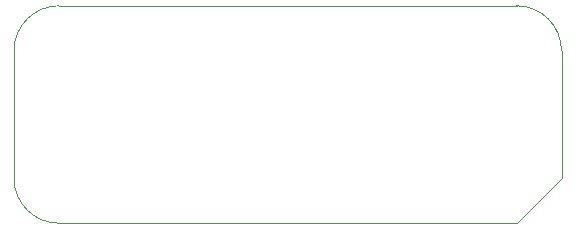
<source format=gbr>
G04 #@! TF.GenerationSoftware,KiCad,Pcbnew,(5.1.5-0-10_14)*
G04 #@! TF.CreationDate,2020-06-14T18:07:00+09:00*
G04 #@! TF.ProjectId,power,706f7765-722e-46b6-9963-61645f706362,rev?*
G04 #@! TF.SameCoordinates,Original*
G04 #@! TF.FileFunction,Profile,NP*
%FSLAX46Y46*%
G04 Gerber Fmt 4.6, Leading zero omitted, Abs format (unit mm)*
G04 Created by KiCad (PCBNEW (5.1.5-0-10_14)) date 2020-06-14 18:07:00*
%MOMM*%
%LPD*%
G04 APERTURE LIST*
%ADD10C,0.050000*%
G04 APERTURE END LIST*
D10*
X171450000Y-102235000D02*
X175260000Y-98425000D01*
X132715000Y-102235000D02*
G75*
G02X128905000Y-98425000I0J3810000D01*
G01*
X171450000Y-83820000D02*
G75*
G02X175260000Y-87630000I0J-3810000D01*
G01*
X128905000Y-87630000D02*
G75*
G02X132715000Y-83820000I3810000J0D01*
G01*
X128905000Y-98425000D02*
X128905000Y-87630000D01*
X171450000Y-102235000D02*
X132715000Y-102235000D01*
X175260000Y-87630000D02*
X175260000Y-98425000D01*
X132715000Y-83820000D02*
X171450000Y-83820000D01*
M02*

</source>
